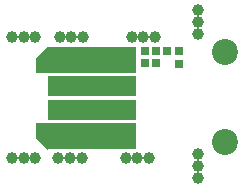
<source format=gts>
G04 #@! TF.GenerationSoftware,KiCad,Pcbnew,(6.0.0-rc2-14-ga17a58203b)*
G04 #@! TF.CreationDate,2021-12-23T13:58:56-08:00*
G04 #@! TF.ProjectId,bomu,626f6d75-2e6b-4696-9361-645f70636258,rev?*
G04 #@! TF.SameCoordinates,PX7b80accPY896b3f8*
G04 #@! TF.FileFunction,Soldermask,Top*
G04 #@! TF.FilePolarity,Negative*
%FSLAX46Y46*%
G04 Gerber Fmt 4.6, Leading zero omitted, Abs format (unit mm)*
G04 Created by KiCad (PCBNEW (6.0.0-rc2-14-ga17a58203b)) date 2021-12-23 13:58:56*
%MOMM*%
%LPD*%
G01*
G04 APERTURE LIST*
G04 Aperture macros list*
%AMFreePoly0*
4,1,5,3.750000,-1.125000,-3.750000,-1.125000,-3.750000,1.125000,3.750000,1.125000,3.750000,-1.125000,3.750000,-1.125000,$1*%
%AMFreePoly1*
4,1,5,3.750000,-0.875000,-3.750000,-0.875000,-3.750000,0.875000,3.750000,0.875000,3.750000,-0.875000,3.750000,-0.875000,$1*%
G04 Aperture macros list end*
%ADD10FreePoly0,0.000000*%
%ADD11FreePoly1,0.000000*%
%ADD12R,0.800000X0.800000*%
%ADD13C,1.000000*%
%ADD14C,2.200000*%
G04 APERTURE END LIST*
G36*
X3603300Y9363900D02*
G01*
X2603300Y9363900D01*
X2603300Y10363900D01*
X3603300Y10363900D01*
X3603300Y9363900D01*
G37*
G36*
X3603300Y10363900D02*
G01*
X2603300Y10363900D01*
X2603500Y10604500D01*
X3604260Y11612880D01*
X3603300Y10363900D01*
G37*
G36*
X3604260Y2865020D02*
G01*
X2603500Y3873400D01*
X2603300Y4114000D01*
X3603300Y4114000D01*
X3604260Y2865020D01*
G37*
G36*
X3603300Y4114000D02*
G01*
X2603300Y4114000D01*
X2603300Y5114000D01*
X3603300Y5114000D01*
X3603300Y4114000D01*
G37*
D10*
X7353300Y3989000D03*
D11*
X7353300Y6223000D03*
X7353300Y8239000D03*
D10*
X7353300Y10489000D03*
D12*
X14668500Y11224200D03*
X12738100Y11217000D03*
X11772900Y11217000D03*
X13703300Y11242400D03*
X14693900Y10160000D03*
X11772900Y10185400D03*
X12738100Y10185400D03*
D13*
X1524000Y12446000D03*
X2524000Y12446000D03*
X524000Y12446000D03*
X1524000Y2159000D03*
X2524000Y2159000D03*
X524000Y2159000D03*
X16272000Y2508000D03*
X16272000Y508000D03*
X16272000Y1508000D03*
X4445000Y2159000D03*
X5445000Y2159000D03*
X6445000Y2159000D03*
D14*
X18542000Y11176000D03*
D13*
X11668000Y12446000D03*
X12668000Y12446000D03*
X10668000Y12446000D03*
X12160000Y2159000D03*
X10160000Y2159000D03*
X11160000Y2159000D03*
D14*
X18542000Y3556000D03*
D13*
X5572000Y12446000D03*
X6572000Y12446000D03*
X4572000Y12446000D03*
X16272000Y13700000D03*
X16272000Y14700000D03*
X16272000Y12700000D03*
M02*

</source>
